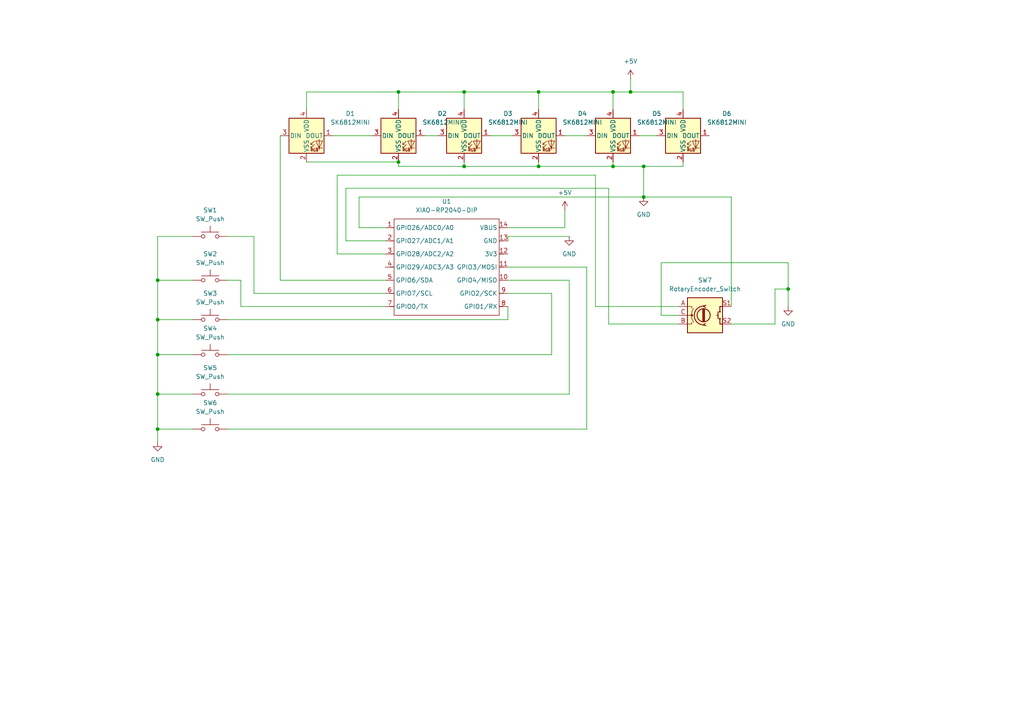
<source format=kicad_sch>
(kicad_sch (version 20250114) (generator "eeschema") (generator_version "9.0")
  (paper "A4")
  (lib_symbols
    (symbol "Device:RotaryEncoder_Switch" (pin_names (offset 0.254) (hide yes))
      (property "Reference" "SW" (at 0 6.604 0))
      (property "Value" "RotaryEncoder_Switch" (at 0 -6.604 0))
      (symbol "RotaryEncoder_Switch_0_1"
        (rectangle (start -5.08 5.08) (end 5.08 -5.08) (stroke (width 0.254)) (fill (type background)))
        (polyline (pts (xy -5.08 2.54) (xy -3.81 2.54) (xy -3.81 2.032)))
        (polyline (pts (xy -5.08 0) (xy -3.81 0) (xy -3.81 -1.016) (xy -3.302 -2.032)))
        (polyline (pts (xy -5.08 -2.54) (xy -3.81 -2.54) (xy -3.81 -2.032)))
        (polyline (pts (xy -4.318 0) (xy -3.81 0) (xy -3.81 1.016) (xy -3.302 2.032)))
        (circle (center -3.81 0) (radius 0.254) (fill (type outline)))
        (polyline (pts (xy -0.635 -1.778) (xy -0.635 1.778)) (stroke (width 0.254)))
        (circle (center -0.381 0) (radius 1.905) (stroke (width 0.254)))
        (polyline (pts (xy -0.381 -1.778) (xy -0.381 1.778)) (stroke (width 0.254)))
        (arc (start -0.381 -2.794) (mid -3.0988 -0.0635) (end -0.381 2.667) (stroke (width 0.254)))
        (polyline (pts (xy -0.127 1.778) (xy -0.127 -1.778)) (stroke (width 0.254)))
        (polyline (pts (xy 0.254 2.921) (xy -0.508 2.667) (xy 0.127 2.286)) (stroke (width 0.254)))
        (polyline (pts (xy 0.254 -3.048) (xy -0.508 -2.794) (xy 0.127 -2.413)) (stroke (width 0.254)))
        (polyline (pts (xy 3.81 1.016) (xy 3.81 -1.016)) (stroke (width 0.254)))
        (polyline (pts (xy 3.81 0) (xy 3.429 0)) (stroke (width 0.254)))
        (circle (center 4.318 1.016) (radius 0.127) (stroke (width 0.254)))
        (circle (center 4.318 -1.016) (radius 0.127) (stroke (width 0.254)))
        (polyline (pts (xy 5.08 2.54) (xy 4.318 2.54) (xy 4.318 1.016)) (stroke (width 0.254)))
        (polyline (pts (xy 5.08 -2.54) (xy 4.318 -2.54) (xy 4.318 -1.016)) (stroke (width 0.254)))
      )
      (symbol "RotaryEncoder_Switch_1_1"
        (pin passive line (at -7.62 2.54 0) (length 2.54) (name "A") (number "A"))
        (pin passive line (at -7.62 0 0) (length 2.54) (name "C") (number "C"))
        (pin passive line (at -7.62 -2.54 0) (length 2.54) (name "B") (number "B"))
        (pin passive line (at 7.62 2.54 180) (length 2.54) (name "S1") (number "S1"))
        (pin passive line (at 7.62 -2.54 180) (length 2.54) (name "S2") (number "S2"))
      )
    )
    (symbol "LED:SK6812MINI" (pin_names (offset 0.254))
      (property "Reference" "D" (at 5.08 5.715 0))
      (property "Value" "SK6812MINI" (at 1.27 -5.715 0))
      (symbol "SK6812MINI_0_0"
        (text "RGB" (at 2.286 -4.191 0) (effects (font (size 0.762 0.762))))
      )
      (symbol "SK6812MINI_0_1"
        (polyline (pts (xy 1.27 -2.54) (xy 1.778 -2.54)))
        (polyline (pts (xy 1.27 -3.556) (xy 1.778 -3.556)))
        (polyline (pts (xy 2.286 -1.524) (xy 1.27 -2.54) (xy 1.27 -2.032)))
        (polyline (pts (xy 2.286 -2.54) (xy 1.27 -3.556) (xy 1.27 -3.048)))
        (polyline (pts (xy 3.683 -1.016) (xy 3.683 -3.556) (xy 3.683 -4.064)))
        (polyline (pts (xy 4.699 -1.524) (xy 2.667 -1.524) (xy 3.683 -3.556) (xy 4.699 -1.524)))
        (polyline (pts (xy 4.699 -3.556) (xy 2.667 -3.556)))
        (rectangle (start 5.08 5.08) (end -5.08 -5.08) (stroke (width 0.254)) (fill (type background)))
      )
      (symbol "SK6812MINI_1_1"
        (pin input line (at -7.62 0 0) (length 2.54) (name "DIN") (number "3"))
        (pin power_in line (at 0 7.62 270) (length 2.54) (name "VDD") (number "4"))
        (pin power_in line (at 0 -7.62 90) (length 2.54) (name "VSS") (number "2"))
        (pin output line (at 7.62 0 180) (length 2.54) (name "DOUT") (number "1"))
      )
    )
    (symbol "OPL:XIAO-RP2040-DIP"
      (property "Reference" "U" (at 0 0 0))
      (property "Value" "XIAO-RP2040-DIP" (at 5.334 -1.778 0))
      (symbol "XIAO-RP2040-DIP_1_0"
        (polyline (pts (xy -1.27 -2.54) (xy 29.21 -2.54)) (stroke (width 0.1524)))
        (polyline (pts (xy -1.27 -5.08) (xy -2.54 -5.08)) (stroke (width 0.1524)))
        (polyline (pts (xy -1.27 -5.08) (xy -1.27 -2.54)) (stroke (width 0.1524)))
        (polyline (pts (xy -1.27 -8.89) (xy -2.54 -8.89)) (stroke (width 0.1524)))
        (polyline (pts (xy -1.27 -8.89) (xy -1.27 -5.08)) (stroke (width 0.1524)))
        (polyline (pts (xy -1.27 -12.7) (xy -2.54 -12.7)) (stroke (width 0.1524)))
        (polyline (pts (xy -1.27 -12.7) (xy -1.27 -8.89)) (stroke (width 0.1524)))
        (polyline (pts (xy -1.27 -16.51) (xy -2.54 -16.51)) (stroke (width 0.1524)))
        (polyline (pts (xy -1.27 -16.51) (xy -1.27 -12.7)) (stroke (width 0.1524)))
        (polyline (pts (xy -1.27 -20.32) (xy -2.54 -20.32)) (stroke (width 0.1524)))
        (polyline (pts (xy -1.27 -24.13) (xy -2.54 -24.13)) (stroke (width 0.1524)))
        (polyline (pts (xy -1.27 -27.94) (xy -2.54 -27.94)) (stroke (width 0.1524)))
        (polyline (pts (xy -1.27 -30.48) (xy -1.27 -16.51)) (stroke (width 0.1524)))
        (polyline (pts (xy 29.21 -2.54) (xy 29.21 -5.08)) (stroke (width 0.1524)))
        (polyline (pts (xy 29.21 -5.08) (xy 29.21 -8.89)) (stroke (width 0.1524)))
        (polyline (pts (xy 29.21 -8.89) (xy 29.21 -12.7)) (stroke (width 0.1524)))
        (polyline (pts (xy 29.21 -12.7) (xy 29.21 -30.48)) (stroke (width 0.1524)))
        (polyline (pts (xy 29.21 -30.48) (xy -1.27 -30.48)) (stroke (width 0.1524)))
        (polyline (pts (xy 30.48 -5.08) (xy 29.21 -5.08)) (stroke (width 0.1524)))
        (polyline (pts (xy 30.48 -8.89) (xy 29.21 -8.89)) (stroke (width 0.1524)))
        (polyline (pts (xy 30.48 -12.7) (xy 29.21 -12.7)) (stroke (width 0.1524)))
        (polyline (pts (xy 30.48 -16.51) (xy 29.21 -16.51)) (stroke (width 0.1524)))
        (polyline (pts (xy 30.48 -20.32) (xy 29.21 -20.32)) (stroke (width 0.1524)))
        (polyline (pts (xy 30.48 -24.13) (xy 29.21 -24.13)) (stroke (width 0.1524)))
        (polyline (pts (xy 30.48 -27.94) (xy 29.21 -27.94)) (stroke (width 0.1524)))
        (pin passive line (at -3.81 -5.08 0) (length 2.54) (name "GPIO26/ADC0/A0") (number "1"))
        (pin passive line (at -3.81 -8.89 0) (length 2.54) (name "GPIO27/ADC1/A1") (number "2"))
        (pin passive line (at -3.81 -12.7 0) (length 2.54) (name "GPIO28/ADC2/A2") (number "3"))
        (pin passive line (at -3.81 -16.51 0) (length 2.54) (name "GPIO29/ADC3/A3") (number "4"))
        (pin passive line (at -3.81 -20.32 0) (length 2.54) (name "GPIO6/SDA") (number "5"))
        (pin passive line (at -3.81 -24.13 0) (length 2.54) (name "GPIO7/SCL") (number "6"))
        (pin passive line (at -3.81 -27.94 0) (length 2.54) (name "GPIO0/TX") (number "7"))
        (pin passive line (at 31.75 -5.08 180) (length 2.54) (name "VBUS") (number "14"))
        (pin passive line (at 31.75 -8.89 180) (length 2.54) (name "GND") (number "13"))
        (pin passive line (at 31.75 -12.7 180) (length 2.54) (name "3V3") (number "12"))
        (pin passive line (at 31.75 -16.51 180) (length 2.54) (name "GPIO3/MOSI") (number "11"))
        (pin passive line (at 31.75 -20.32 180) (length 2.54) (name "GPIO4/MISO") (number "10"))
        (pin passive line (at 31.75 -24.13 180) (length 2.54) (name "GPIO2/SCK") (number "9"))
        (pin passive line (at 31.75 -27.94 180) (length 2.54) (name "GPIO1/RX") (number "8"))
      )
    )
    (symbol "Switch:SW_Push" (pin_numbers (hide yes)) (pin_names (offset 1.016) (hide yes))
      (property "Reference" "SW" (at 1.27 2.54 0))
      (property "Value" "SW_Push" (at 0 -1.524 0))
      (symbol "SW_Push_0_1"
        (circle (center -2.032 0) (radius 0.508))
        (polyline (pts (xy 0 1.27) (xy 0 3.048)))
        (circle (center 2.032 0) (radius 0.508))
        (polyline (pts (xy 2.54 1.27) (xy -2.54 1.27)))
        (pin passive line (at -5.08 0 0) (length 2.54) (name "1") (number "1"))
        (pin passive line (at 5.08 0 180) (length 2.54) (name "2") (number "2"))
      )
    )
    (symbol "power:+5V" (power) (pin_numbers (hide yes)) (pin_names (offset 0) (hide yes))
      (property "Value" "+5V" (at 0 3.556 0))
      (symbol "+5V_0_1"
        (polyline (pts (xy -0.762 1.27) (xy 0 2.54)))
        (polyline (pts (xy 0 2.54) (xy 0.762 1.27)))
        (polyline (pts (xy 0 0) (xy 0 2.54)))
      )
      (symbol "+5V_1_1"
        (pin power_in line (at 0 0 90) (length 0) (name "~") (number "1"))
      )
    )
    (symbol "power:GND" (power) (pin_numbers (hide yes)) (pin_names (offset 0) (hide yes))
      (property "Value" "GND" (at 0 -3.81 0))
      (symbol "GND_0_1"
        (polyline (pts (xy 0 0) (xy 0 -1.27) (xy 1.27 -1.27) (xy 0 -2.54) (xy -1.27 -1.27) (xy 0 -1.27)))
      )
      (symbol "GND_1_1"
        (pin power_in line (at 0 0 270) (length 0) (name "~") (number "1"))
      )
    )
  )
  (junction (at 115.57 26.67))
  (junction (at 45.72 114.3))
  (junction (at 115.57 46.99))
  (junction (at 186.69 48.26))
  (junction (at 177.8 48.26))
  (junction (at 45.72 81.28))
  (junction (at 134.62 48.26))
  (junction (at 177.8 26.67))
  (junction (at 134.62 26.67))
  (junction (at 156.21 26.67))
  (junction (at 182.88 26.67))
  (junction (at 45.72 92.71))
  (junction (at 156.21 48.26))
  (junction (at 45.72 124.46))
  (junction (at 45.72 102.87))
  (junction (at 186.69 57.15))
  (junction (at 228.6 83.82))
  (wire (pts (xy 66.04 68.58) (xy 73.66 68.58)))
  (wire (pts (xy 45.72 124.46) (xy 45.72 128.27)))
  (wire (pts (xy 88.9 31.75) (xy 88.9 26.67)))
  (wire (pts (xy 165.1 81.28) (xy 147.32 81.28)))
  (wire (pts (xy 165.1 114.3) (xy 165.1 81.28)))
  (wire (pts (xy 170.18 77.47) (xy 147.32 77.47)))
  (wire (pts (xy 134.62 26.67) (xy 156.21 26.67)))
  (wire (pts (xy 224.79 93.98) (xy 224.79 83.82)))
  (wire (pts (xy 55.88 68.58) (xy 45.72 68.58)))
  (wire (pts (xy 198.12 46.99) (xy 198.12 48.26)))
  (wire (pts (xy 147.32 92.71) (xy 147.32 88.9)))
  (wire (pts (xy 160.02 102.87) (xy 160.02 85.09)))
  (wire (pts (xy 191.77 76.2) (xy 228.6 76.2)))
  (wire (pts (xy 97.79 73.66) (xy 111.76 73.66)))
  (wire (pts (xy 182.88 26.67) (xy 198.12 26.67)))
  (wire (pts (xy 134.62 48.26) (xy 156.21 48.26)))
  (wire (pts (xy 176.53 93.98) (xy 176.53 54.61)))
  (wire (pts (xy 177.8 26.67) (xy 182.88 26.67)))
  (wire (pts (xy 134.62 26.67) (xy 134.62 31.75)))
  (wire (pts (xy 177.8 48.26) (xy 186.69 48.26)))
  (wire (pts (xy 196.85 88.9) (xy 172.72 88.9)))
  (wire (pts (xy 69.85 88.9) (xy 111.76 88.9)))
  (wire (pts (xy 45.72 92.71) (xy 55.88 92.71)))
  (wire (pts (xy 88.9 26.67) (xy 115.57 26.67)))
  (wire (pts (xy 96.52 39.37) (xy 107.95 39.37)))
  (wire (pts (xy 69.85 81.28) (xy 69.85 88.9)))
  (wire (pts (xy 66.04 124.46) (xy 170.18 124.46)))
  (wire (pts (xy 100.33 69.85) (xy 111.76 69.85)))
  (wire (pts (xy 97.79 50.8) (xy 97.79 73.66)))
  (wire (pts (xy 186.69 57.15) (xy 104.14 57.15)))
  (wire (pts (xy 177.8 46.99) (xy 177.8 48.26)))
  (wire (pts (xy 156.21 26.67) (xy 177.8 26.67)))
  (wire (pts (xy 172.72 50.8) (xy 97.79 50.8)))
  (wire (pts (xy 196.85 93.98) (xy 176.53 93.98)))
  (wire (pts (xy 186.69 48.26) (xy 186.69 57.15)))
  (wire (pts (xy 45.72 124.46) (xy 55.88 124.46)))
  (wire (pts (xy 100.33 54.61) (xy 100.33 69.85)))
  (wire (pts (xy 142.24 39.37) (xy 148.59 39.37)))
  (wire (pts (xy 115.57 26.67) (xy 134.62 26.67)))
  (wire (pts (xy 163.83 60.96) (xy 163.83 66.04)))
  (wire (pts (xy 196.85 91.44) (xy 191.77 91.44)))
  (wire (pts (xy 156.21 48.26) (xy 177.8 48.26)))
  (wire (pts (xy 165.1 68.58) (xy 147.32 68.58)))
  (wire (pts (xy 66.04 92.71) (xy 147.32 92.71)))
  (wire (pts (xy 66.04 114.3) (xy 165.1 114.3)))
  (wire (pts (xy 228.6 76.2) (xy 228.6 83.82)))
  (wire (pts (xy 66.04 81.28) (xy 69.85 81.28)))
  (wire (pts (xy 73.66 85.09) (xy 111.76 85.09)))
  (wire (pts (xy 123.19 39.37) (xy 127 39.37)))
  (wire (pts (xy 45.72 114.3) (xy 55.88 114.3)))
  (wire (pts (xy 115.57 48.26) (xy 134.62 48.26)))
  (wire (pts (xy 212.09 57.15) (xy 186.69 57.15)))
  (wire (pts (xy 115.57 46.99) (xy 115.57 48.26)))
  (wire (pts (xy 212.09 88.9) (xy 212.09 57.15)))
  (wire (pts (xy 212.09 93.98) (xy 224.79 93.98)))
  (wire (pts (xy 224.79 83.82) (xy 228.6 83.82)))
  (wire (pts (xy 163.83 66.04) (xy 147.32 66.04)))
  (wire (pts (xy 156.21 46.99) (xy 156.21 48.26)))
  (wire (pts (xy 147.32 68.58) (xy 147.32 69.85)))
  (wire (pts (xy 170.18 124.46) (xy 170.18 77.47)))
  (wire (pts (xy 177.8 26.67) (xy 177.8 31.75)))
  (wire (pts (xy 176.53 54.61) (xy 100.33 54.61)))
  (wire (pts (xy 81.28 39.37) (xy 81.28 81.28)))
  (wire (pts (xy 45.72 114.3) (xy 45.72 124.46)))
  (wire (pts (xy 186.69 48.26) (xy 198.12 48.26)))
  (wire (pts (xy 66.04 102.87) (xy 160.02 102.87)))
  (wire (pts (xy 156.21 26.67) (xy 156.21 31.75)))
  (wire (pts (xy 172.72 88.9) (xy 172.72 50.8)))
  (wire (pts (xy 191.77 91.44) (xy 191.77 76.2)))
  (wire (pts (xy 45.72 102.87) (xy 55.88 102.87)))
  (wire (pts (xy 104.14 57.15) (xy 104.14 66.04)))
  (wire (pts (xy 182.88 22.86) (xy 182.88 26.67)))
  (wire (pts (xy 45.72 81.28) (xy 45.72 92.71)))
  (wire (pts (xy 160.02 85.09) (xy 147.32 85.09)))
  (wire (pts (xy 198.12 26.67) (xy 198.12 31.75)))
  (wire (pts (xy 73.66 68.58) (xy 73.66 85.09)))
  (wire (pts (xy 45.72 81.28) (xy 55.88 81.28)))
  (wire (pts (xy 81.28 81.28) (xy 111.76 81.28)))
  (wire (pts (xy 45.72 102.87) (xy 45.72 114.3)))
  (wire (pts (xy 115.57 26.67) (xy 115.57 31.75)))
  (wire (pts (xy 88.9 46.99) (xy 115.57 46.99)))
  (wire (pts (xy 45.72 68.58) (xy 45.72 81.28)))
  (wire (pts (xy 163.83 39.37) (xy 170.18 39.37)))
  (wire (pts (xy 185.42 39.37) (xy 190.5 39.37)))
  (wire (pts (xy 104.14 66.04) (xy 111.76 66.04)))
  (wire (pts (xy 134.62 46.99) (xy 134.62 48.26)))
  (wire (pts (xy 45.72 92.71) (xy 45.72 102.87)))
  (wire (pts (xy 228.6 83.82) (xy 228.6 88.9)))
  (symbol (lib_id "power:+5V") (at 163.83 60.96 0) (unit 1)
    (property "Reference" "#PWR02" (effects (hide yes)))
    (property "Value" "+5V" (at 163.83 55.88 0))
    (property "Description" "Power symbol creates a global label with name \"+5V\"" (effects (hide yes)))
  )
  (symbol (lib_id "power:+5V") (at 182.88 22.86 0) (unit 1)
    (property "Reference" "#PWR04" (effects (hide yes)))
    (property "Value" "+5V" (at 182.88 17.78 0))
    (property "Description" "Power symbol creates a global label with name \"+5V\"" (effects (hide yes)))
  )
  (symbol (lib_id "LED:SK6812MINI") (at 198.12 39.37 0) (unit 1)
    (property "Reference" "D6" (at 210.82 32.9498 0))
    (property "Value" "SK6812MINI" (at 210.82 35.4898 0))
    (property "Footprint" "LED_SMD:LED_SK6812MINI_PLCC4_3.5x3.5mm_P1.75mm" (effects (hide yes)))
    (property "Datasheet" "https://cdn-shop.adafruit.com/product-files/2686/SK6812MINI_REV.01-1-2.pdf" (effects (hide yes)))
    (property "Description" "RGB LED with integrated controller" (effects (hide yes)))
  )
  (symbol (lib_id "Switch:SW_Push") (at 60.96 68.58 0) (unit 1)
    (property "Reference" "SW1" (at 60.96 60.96 0))
    (property "Value" "SW_Push" (at 60.96 63.5 0))
    (property "Footprint" "Button_Switch_Keyboard:SW_Cherry_MX_1.00u_PCB" (effects (hide yes)))
    (property "Description" "Push button switch, generic, two pins" (effects (hide yes)))
  )
  (symbol (lib_id "power:GND") (at 45.72 128.27 0) (unit 1)
    (property "Reference" "#PWR01" (effects (hide yes)))
    (property "Value" "GND" (at 45.72 133.35 0))
    (property "Description" "Power symbol creates a global label with name \"GND\" , ground" (effects (hide yes)))
  )
  (symbol (lib_id "Switch:SW_Push") (at 60.96 102.87 0) (unit 1)
    (property "Reference" "SW4" (at 60.96 95.25 0))
    (property "Value" "SW_Push" (at 60.96 97.79 0))
    (property "Footprint" "Button_Switch_Keyboard:SW_Cherry_MX_1.00u_PCB" (effects (hide yes)))
    (property "Description" "Push button switch, generic, two pins" (effects (hide yes)))
  )
  (symbol (lib_id "Switch:SW_Push") (at 60.96 92.71 0) (unit 1)
    (property "Reference" "SW3" (at 60.96 85.09 0))
    (property "Value" "SW_Push" (at 60.96 87.63 0))
    (property "Footprint" "Button_Switch_Keyboard:SW_Cherry_MX_1.00u_PCB" (effects (hide yes)))
    (property "Description" "Push button switch, generic, two pins" (effects (hide yes)))
  )
  (symbol (lib_id "Device:RotaryEncoder_Switch") (at 204.47 91.44 0) (unit 1)
    (property "Reference" "SW7" (at 204.47 81.28 0))
    (property "Value" "RotaryEncoder_Switch" (at 204.47 83.82 0))
    (property "Footprint" "Rotary_Encoder:RotaryEncoder_Alps_EC11E-Switch_Vertical_H20mm" (effects (hide yes)))
    (property "Description" "Rotary encoder, dual channel, incremental quadrate outputs, with switch" (effects (hide yes)))
  )
  (symbol (lib_id "power:GND") (at 228.6 88.9 0) (unit 1)
    (property "Reference" "#PWR06" (effects (hide yes)))
    (property "Value" "GND" (at 228.6 93.98 0))
    (property "Description" "Power symbol creates a global label with name \"GND\" , ground" (effects (hide yes)))
  )
  (symbol (lib_id "Switch:SW_Push") (at 60.96 124.46 0) (unit 1)
    (property "Reference" "SW6" (at 60.96 116.84 0))
    (property "Value" "SW_Push" (at 60.96 119.38 0))
    (property "Footprint" "Button_Switch_Keyboard:SW_Cherry_MX_1.00u_PCB" (effects (hide yes)))
    (property "Description" "Push button switch, generic, two pins" (effects (hide yes)))
  )
  (symbol (lib_id "Switch:SW_Push") (at 60.96 81.28 0) (unit 1)
    (property "Reference" "SW2" (at 60.96 73.66 0))
    (property "Value" "SW_Push" (at 60.96 76.2 0))
    (property "Footprint" "Button_Switch_Keyboard:SW_Cherry_MX_1.00u_PCB" (effects (hide yes)))
    (property "Description" "Push button switch, generic, two pins" (effects (hide yes)))
  )
  (symbol (lib_id "OPL:XIAO-RP2040-DIP") (at 115.57 60.96 0) (unit 1)
    (property "Reference" "U1" (at 129.54 58.42 0))
    (property "Value" "XIAO-RP2040-DIP" (at 129.54 60.96 0))
    (property "Footprint" "OPL:XIAO-RP2040-DIP" (effects (hide yes)))
  )
  (symbol (lib_id "Switch:SW_Push") (at 60.96 114.3 0) (unit 1)
    (property "Reference" "SW5" (at 60.96 106.68 0))
    (property "Value" "SW_Push" (at 60.96 109.22 0))
    (property "Footprint" "Button_Switch_Keyboard:SW_Cherry_MX_1.00u_PCB" (effects (hide yes)))
    (property "Description" "Push button switch, generic, two pins" (effects (hide yes)))
  )
  (symbol (lib_id "LED:SK6812MINI") (at 177.8 39.37 0) (unit 1)
    (property "Reference" "D5" (at 190.5 32.9498 0))
    (property "Value" "SK6812MINI" (at 190.5 35.4898 0))
    (property "Footprint" "LED_SMD:LED_SK6812MINI_PLCC4_3.5x3.5mm_P1.75mm" (effects (hide yes)))
    (property "Datasheet" "https://cdn-shop.adafruit.com/product-files/2686/SK6812MINI_REV.01-1-2.pdf" (effects (hide yes)))
    (property "Description" "RGB LED with integrated controller" (effects (hide yes)))
  )
  (symbol (lib_id "LED:SK6812MINI") (at 115.57 39.37 0) (unit 1)
    (property "Reference" "D2" (at 128.27 32.9498 0))
    (property "Value" "SK6812MINI" (at 128.27 35.4898 0))
    (property "Footprint" "LED_SMD:LED_SK6812MINI_PLCC4_3.5x3.5mm_P1.75mm" (effects (hide yes)))
    (property "Datasheet" "https://cdn-shop.adafruit.com/product-files/2686/SK6812MINI_REV.01-1-2.pdf" (effects (hide yes)))
    (property "Description" "RGB LED with integrated controller" (effects (hide yes)))
  )
  (symbol (lib_id "LED:SK6812MINI") (at 134.62 39.37 0) (unit 1)
    (property "Reference" "D3" (at 147.32 32.9498 0))
    (property "Value" "SK6812MINI" (at 147.32 35.4898 0))
    (property "Footprint" "LED_SMD:LED_SK6812MINI_PLCC4_3.5x3.5mm_P1.75mm" (effects (hide yes)))
    (property "Datasheet" "https://cdn-shop.adafruit.com/product-files/2686/SK6812MINI_REV.01-1-2.pdf" (effects (hide yes)))
    (property "Description" "RGB LED with integrated controller" (effects (hide yes)))
  )
  (symbol (lib_id "LED:SK6812MINI") (at 156.21 39.37 0) (unit 1)
    (property "Reference" "D4" (at 168.91 32.9498 0))
    (property "Value" "SK6812MINI" (at 168.91 35.4898 0))
    (property "Footprint" "LED_SMD:LED_SK6812MINI_PLCC4_3.5x3.5mm_P1.75mm" (effects (hide yes)))
    (property "Datasheet" "https://cdn-shop.adafruit.com/product-files/2686/SK6812MINI_REV.01-1-2.pdf" (effects (hide yes)))
    (property "Description" "RGB LED with integrated controller" (effects (hide yes)))
  )
  (symbol (lib_id "power:GND") (at 165.1 68.58 0) (unit 1)
    (property "Reference" "#PWR05" (effects (hide yes)))
    (property "Value" "GND" (at 165.1 73.66 0))
    (property "Description" "Power symbol creates a global label with name \"GND\" , ground" (effects (hide yes)))
  )
  (symbol (lib_id "LED:SK6812MINI") (at 88.9 39.37 0) (unit 1)
    (property "Reference" "D1" (at 101.6 32.9498 0))
    (property "Value" "SK6812MINI" (at 101.6 35.4898 0))
    (property "Footprint" "LED_SMD:LED_SK6812MINI_PLCC4_3.5x3.5mm_P1.75mm" (effects (hide yes)))
    (property "Datasheet" "https://cdn-shop.adafruit.com/product-files/2686/SK6812MINI_REV.01-1-2.pdf" (effects (hide yes)))
    (property "Description" "RGB LED with integrated controller" (effects (hide yes)))
  )
  (symbol (lib_id "power:GND") (at 186.69 57.15 0) (unit 1)
    (property "Reference" "#PWR03" (effects (hide yes)))
    (property "Value" "GND" (at 186.69 62.23 0))
    (property "Description" "Power symbol creates a global label with name \"GND\" , ground" (effects (hide yes)))
  )
)
</source>
